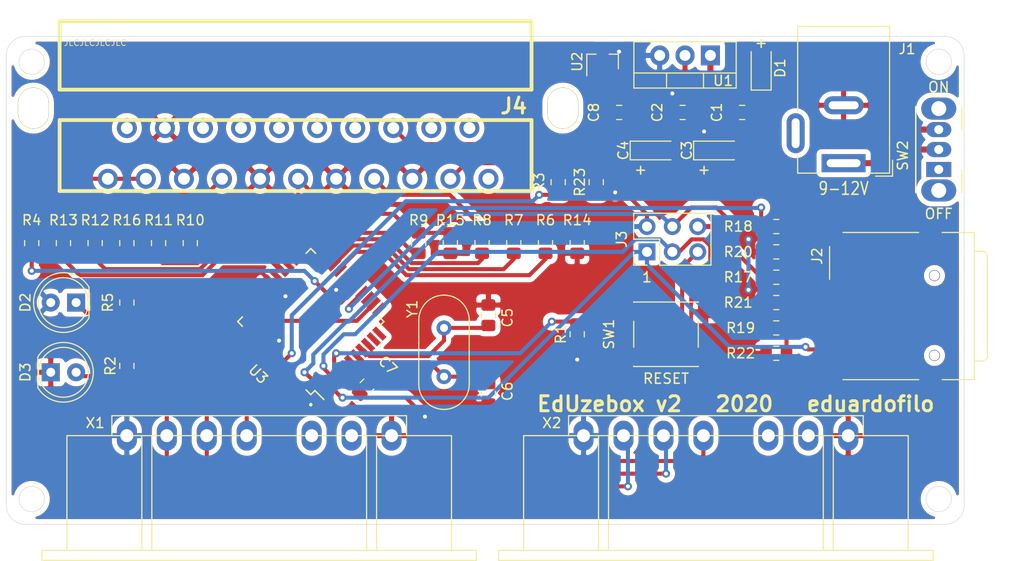
<source format=kicad_pcb>
(kicad_pcb (version 20171130) (host pcbnew 5.1.5-52549c5~84~ubuntu19.10.1)
  (layers (0 F.Cu signal) (31 B.Cu signal) (34 B.Paste user) (35 F.Paste user) (36 B.SilkS user) (37 F.SilkS user) (38 B.Mask user) (39 F.Mask user) (44 Edge.Cuts user))
  (net 0 "")
  (net 1 "Net-(C1-Pad1)")
  (net 2 +5V)
  (net 3 +3V3)
  (net 4 "Net-(C5-Pad1)")
  (net 5 "Net-(C6-Pad1)")
  (net 6 "Net-(D1-Pad2)")
  (net 7 "Net-(D2-Pad1)")
  (net 8 "Net-(D3-Pad2)")
  (net 9 "Net-(J2-Pad8)")
  (net 10 MISO)
  (net 11 "Net-(J2-Pad5)")
  (net 12 "Net-(J2-Pad3)")
  (net 13 "Net-(J2-Pad2)")
  (net 14 "Net-(J2-Pad1)")
  (net 15 SCK)
  (net 16 MOSI)
  (net 17 RESET)
  (net 18 "Net-(J4-Pad21)")
  (net 19 "Net-(J4-Pad20)")
  (net 20 HSYNC)
  (net 21 "Net-(J4-Pad18)")
  (net 22 "Net-(J4-Pad16)")
  (net 23 /VRED)
  (net 24 "Net-(J4-Pad14)")
  (net 25 "Net-(J4-Pad12)")
  (net 26 /VGRN)
  (net 27 "Net-(J4-Pad10)")
  (net 28 "Net-(J4-Pad8)")
  (net 29 /VBLU)
  (net 30 "Net-(J4-Pad6)")
  (net 31 /SND)
  (net 32 "Net-(J4-Pad2)")
  (net 33 "Net-(R2-Pad2)")
  (net 34 "Net-(R3-Pad2)")
  (net 35 "Net-(R6-Pad2)")
  (net 36 "Net-(R7-Pad2)")
  (net 37 "Net-(R8-Pad2)")
  (net 38 "Net-(R9-Pad2)")
  (net 39 "Net-(R10-Pad2)")
  (net 40 "Net-(R11-Pad2)")
  (net 41 "Net-(R12-Pad2)")
  (net 42 "Net-(R13-Pad2)")
  (net 43 CS)
  (net 44 "Net-(U3-Pad9)")
  (net 45 "Net-(U3-Pad10)")
  (net 46 "Net-(U3-Pad11)")
  (net 47 "Net-(U3-Pad12)")
  (net 48 "Net-(U3-Pad14)")
  (net 49 "Net-(U3-Pad30)")
  (net 50 "Net-(U3-Pad31)")
  (net 51 "Net-(U3-Pad32)")
  (net 52 "Net-(U3-Pad33)")
  (net 53 CLK)
  (net 54 LATCH)
  (net 55 DATA2)
  (net 56 DATA1)
  (net 57 "Net-(U3-Pad41)")
  (net 58 "Net-(U3-Pad42)")
  (net 59 "Net-(U3-Pad43)")
  (net 60 "Net-(U3-Pad44)")
  (net 61 "Net-(X1-Pad6)")
  (net 62 "Net-(X1-Pad5)")
  (net 63 "Net-(X2-Pad5)")
  (net 64 "Net-(X2-Pad6)")
  (net 65 "Net-(J1-Pad1)")
  (net 66 "Net-(R4-Pad2)")
  (net 67 "Net-(SW2-Pad1)")
  (net 68 GND)
  (net 69 "Net-(J2-Pad9)")
  (module eduardofilo_footprints:Micro_SD_Cd (layer F.Cu) (at 170.815 83.82 90)
    (fp_text reference J2 (at 2.75 -0.75 90) (layer F.SilkS))
    (fp_text value Micro_SD_Cd)
    (pad 10 smd rect (at 5.5 10.6 90) (size 1.2 2.2) (layers F.Cu F.Paste F.Mask) (net 68 GND))
    (pad 10 smd rect (at 4.6 1 90) (size 1.6 1.5) (layers F.Cu F.Paste F.Mask) (net 68 GND))
    (pad 10 smd rect (at -10 10.6 90) (size 1.2 2.2) (layers F.Cu F.Paste F.Mask) (net 68 GND))
    (pad 10 smd rect (at -10 1 90) (size 1.2 1.5) (layers F.Cu F.Paste F.Mask) (net 68 GND))
    (pad 11 thru_hole circle (at 0.8 11 90) (size 1.1 1.1) (drill 1) (layers *.Cu *.Mask))
    (pad 11 thru_hole circle (at -7.2 11 90) (size 1.1 1.1) (drill 1) (layers *.Cu *.Mask))
    (pad 9 smd rect (at -8.8 0 90) (size 0.7 1.6) (layers F.Cu F.Paste F.Mask) (net 69 "Net-(J2-Pad9)"))
    (pad 8 smd rect (at -7.7 0 90) (size 0.7 1.6) (layers F.Cu F.Paste F.Mask) (net 9 "Net-(J2-Pad8)"))
    (pad 7 smd rect (at -6.6 0 90) (size 0.7 1.6) (layers F.Cu F.Paste F.Mask) (net 10 MISO))
    (pad 6 smd rect (at -5.5 0 90) (size 0.7 1.6) (layers F.Cu F.Paste F.Mask) (net 68 GND))
    (pad 5 smd rect (at -4.4 0 90) (size 0.7 1.6) (layers F.Cu F.Paste F.Mask) (net 11 "Net-(J2-Pad5)"))
    (pad 4 smd rect (at -3.3 0 90) (size 0.7 1.6) (layers F.Cu F.Paste F.Mask) (net 3 +3V3))
    (pad 3 smd rect (at -2.2 0 90) (size 0.7 1.6) (layers F.Cu F.Paste F.Mask) (net 12 "Net-(J2-Pad3)"))
    (pad 2 smd rect (at -1.1 0 90) (size 0.7 1.6) (layers F.Cu F.Paste F.Mask) (net 13 "Net-(J2-Pad2)"))
    (pad 1 smd rect (at 0 0 90) (size 0.7 1.6) (layers F.Cu F.Paste F.Mask) (net 14 "Net-(J2-Pad1)"))
  )
  (module Capacitor_SMD:C_0805_2012Metric_Pad1.15x1.40mm_HandSolder (layer F.Cu) (at 137.16 86.995 90)
    (fp_text reference C5 (at -0.245 1.905 90) (layer F.SilkS))
    (fp_text value 22p hide)
    (pad 1 smd roundrect (at -1.025 0 90) (size 1.15 1.4) (layers F.Cu F.Paste F.Mask) (roundrect_rratio 0.217391) (net 4 "Net-(C5-Pad1)"))
    (pad 2 smd roundrect (at 1.025 0 90) (size 1.15 1.4) (layers F.Cu F.Paste F.Mask) (roundrect_rratio 0.217391) (net 68 GND))
  )
  (module LED_THT:LED_D5.0mm (layer F.Cu) (at 93.345 92.71)
    (fp_text reference D3 (at -2.54 0 90) (layer F.SilkS))
    (fp_text value "BLUE LED" hide)
    (pad 2 thru_hole circle (at 2.54 0) (size 1.8 1.8) (drill 0.9) (layers *.Cu *.Mask) (net 8 "Net-(D3-Pad2)"))
    (pad 1 thru_hole rect (at 0 0) (size 1.8 1.8) (drill 0.9) (layers *.Cu *.Mask) (net 68 GND))
  )
  (module eduzebox:SNES (layer F.Cu) (at 146.685 99.06)
    (fp_text reference X2 (at -3.175 -1.27) (layer F.SilkS))
    (fp_text value SNES_Connector hide)
    (pad 7 thru_hole oval (at 26.5 0) (size 2 3) (drill 1.3) (layers *.Cu *.Mask) (net 68 GND))
    (pad 6 thru_hole oval (at 22.5 0) (size 2 3) (drill 1.3) (layers *.Cu *.Mask) (net 64 "Net-(X2-Pad6)"))
    (pad 5 thru_hole oval (at 18.5 0) (size 2 3) (drill 1.3) (layers *.Cu *.Mask) (net 63 "Net-(X2-Pad5)"))
    (pad 4 thru_hole oval (at 12 0) (size 2 3) (drill 1.3) (layers *.Cu *.Mask) (net 55 DATA2))
    (pad 3 thru_hole oval (at 8 0) (size 2 3) (drill 1.3) (layers *.Cu *.Mask) (net 54 LATCH))
    (pad 2 thru_hole oval (at 4 0) (size 2 3) (drill 1.3) (layers *.Cu *.Mask) (net 53 CLK))
    (pad 1 thru_hole oval (at 0 0) (size 2 3) (drill 1.3) (layers *.Cu *.Mask) (net 2 +5V))
  )
  (module eduzebox:SNES (layer F.Cu) (at 100.965 99.06)
    (fp_text reference X1 (at -3.175 -1.27) (layer F.SilkS))
    (fp_text value SNES_Connector hide)
    (pad 7 thru_hole oval (at 26.5 0) (size 2 3) (drill 1.3) (layers *.Cu *.Mask) (net 68 GND))
    (pad 6 thru_hole oval (at 22.5 0) (size 2 3) (drill 1.3) (layers *.Cu *.Mask) (net 61 "Net-(X1-Pad6)"))
    (pad 5 thru_hole oval (at 18.5 0) (size 2 3) (drill 1.3) (layers *.Cu *.Mask) (net 62 "Net-(X1-Pad5)"))
    (pad 4 thru_hole oval (at 12 0) (size 2 3) (drill 1.3) (layers *.Cu *.Mask) (net 56 DATA1))
    (pad 3 thru_hole oval (at 8 0) (size 2 3) (drill 1.3) (layers *.Cu *.Mask) (net 54 LATCH))
    (pad 2 thru_hole oval (at 4 0) (size 2 3) (drill 1.3) (layers *.Cu *.Mask) (net 53 CLK))
    (pad 1 thru_hole oval (at 0 0) (size 2 3) (drill 1.3) (layers *.Cu *.Mask) (net 2 +5V))
  )
  (module Capacitor_Tantalum_SMD:CP_EIA-3216-18_Kemet-A_Pad1.58x1.35mm_HandSolder (layer F.Cu) (at 153.8375 70.485)
    (fp_text reference C4 (at -3.175 0 90) (layer F.SilkS))
    (fp_text value 1u hide)
    (pad 2 smd roundrect (at 1.4375 0) (size 1.575 1.35) (layers F.Cu F.Paste F.Mask) (roundrect_rratio 0.185185) (net 68 GND))
    (pad 1 smd roundrect (at -1.4375 0) (size 1.575 1.35) (layers F.Cu F.Paste F.Mask) (roundrect_rratio 0.185185) (net 3 +3V3))
  )
  (module Capacitor_Tantalum_SMD:CP_EIA-3216-18_Kemet-A_Pad1.58x1.35mm_HandSolder (layer F.Cu) (at 160.1875 70.485)
    (fp_text reference C3 (at -3.175 0 90) (layer F.SilkS))
    (fp_text value 10u hide)
    (pad 2 smd roundrect (at 1.4375 0) (size 1.575 1.35) (layers F.Cu F.Paste F.Mask) (roundrect_rratio 0.185185) (net 68 GND))
    (pad 1 smd roundrect (at -1.4375 0) (size 1.575 1.35) (layers F.Cu F.Paste F.Mask) (roundrect_rratio 0.185185) (net 2 +5V))
  )
  (module Capacitor_SMD:C_0805_2012Metric_Pad1.15x1.40mm_HandSolder (layer F.Cu) (at 150.25 66.675)
    (fp_text reference C8 (at -2.54 0 90) (layer F.SilkS))
    (fp_text value 100n hide)
    (pad 2 smd roundrect (at 1.025 0) (size 1.15 1.4) (layers F.Cu F.Paste F.Mask) (roundrect_rratio 0.217391) (net 68 GND))
    (pad 1 smd roundrect (at -1.025 0) (size 1.15 1.4) (layers F.Cu F.Paste F.Mask) (roundrect_rratio 0.217391) (net 3 +3V3))
  )
  (module Button_Switch_THT:SW_CuK_OS102011MA1QN1_SPDT_Angled (layer F.Cu) (at 182.245 72.39 90)
    (fp_text reference SW2 (at 1.4 -3.6 90) (layer F.SilkS))
    (fp_text value SK12D07VG4)
    (pad "" thru_hole oval (at 6.1 0 90) (size 2.2 3.5) (drill 1.5) (layers *.Cu *.Mask))
    (pad "" thru_hole oval (at -2.1 0 90) (size 2.2 3.5) (drill 1.5) (layers *.Cu *.Mask))
    (pad 3 thru_hole oval (at 4 0 90) (size 1.5 2.5) (drill 0.9) (layers *.Cu *.Mask) (net 6 "Net-(D1-Pad2)"))
    (pad 2 thru_hole oval (at 2 0 90) (size 1.5 2.5) (drill 0.9) (layers *.Cu *.Mask) (net 65 "Net-(J1-Pad1)"))
    (pad 1 thru_hole rect (at 0 0 90) (size 1.5 2.5) (drill 0.9) (layers *.Cu *.Mask) (net 67 "Net-(SW2-Pad1)"))
  )
  (module Capacitor_SMD:C_0805_2012Metric_Pad1.15x1.40mm_HandSolder (layer F.Cu) (at 162.56 66.675)
    (fp_text reference C1 (at -2.54 0 90) (layer F.SilkS))
    (fp_text value 330n hide)
    (pad 2 smd roundrect (at 1.025 0) (size 1.15 1.4) (layers F.Cu F.Paste F.Mask) (roundrect_rratio 0.217391) (net 68 GND))
    (pad 1 smd roundrect (at -1.025 0) (size 1.15 1.4) (layers F.Cu F.Paste F.Mask) (roundrect_rratio 0.217391) (net 1 "Net-(C1-Pad1)"))
  )
  (module Capacitor_SMD:C_0805_2012Metric_Pad1.15x1.40mm_HandSolder (layer F.Cu) (at 156.6 66.675)
    (fp_text reference C2 (at -2.54 0 90) (layer F.SilkS))
    (fp_text value 100n hide)
    (pad 1 smd roundrect (at -1.025 0) (size 1.15 1.4) (layers F.Cu F.Paste F.Mask) (roundrect_rratio 0.217391) (net 2 +5V))
    (pad 2 smd roundrect (at 1.025 0) (size 1.15 1.4) (layers F.Cu F.Paste F.Mask) (roundrect_rratio 0.217391) (net 68 GND))
  )
  (module Capacitor_SMD:C_0805_2012Metric_Pad1.15x1.40mm_HandSolder (layer F.Cu) (at 137.16 94.86 270)
    (fp_text reference C6 (at -0.245 -1.905 90) (layer F.SilkS))
    (fp_text value 22p hide)
    (pad 2 smd roundrect (at 1.025 0 270) (size 1.15 1.4) (layers F.Cu F.Paste F.Mask) (roundrect_rratio 0.217391) (net 68 GND))
    (pad 1 smd roundrect (at -1.025 0 270) (size 1.15 1.4) (layers F.Cu F.Paste F.Mask) (roundrect_rratio 0.217391) (net 5 "Net-(C6-Pad1)"))
  )
  (module Capacitor_SMD:C_0805_2012Metric_Pad1.15x1.40mm_HandSolder (layer F.Cu) (at 125.005216 94.069784 225)
    (fp_text reference C7 (at -2.93 0 315) (layer F.SilkS))
    (fp_text value 100n hide)
    (pad 1 smd roundrect (at -1.025 0 225) (size 1.15 1.4) (layers F.Cu F.Paste F.Mask) (roundrect_rratio 0.217391) (net 68 GND))
    (pad 2 smd roundrect (at 1.025 0 225) (size 1.15 1.4) (layers F.Cu F.Paste F.Mask) (roundrect_rratio 0.217391) (net 2 +5V))
  )
  (module Diode_SMD:D_SOD-123F (layer F.Cu) (at 164.465 62.23 90)
    (fp_text reference D1 (at 0 1.905 90) (layer F.SilkS))
    (fp_text value 1N4001 hide)
    (pad 1 smd rect (at -1.4 0 90) (size 1.1 1.1) (layers F.Cu F.Paste F.Mask) (net 1 "Net-(C1-Pad1)"))
    (pad 2 smd rect (at 1.4 0 90) (size 1.1 1.1) (layers F.Cu F.Paste F.Mask) (net 6 "Net-(D1-Pad2)"))
  )
  (module LED_THT:LED_D5.0mm (layer F.Cu) (at 95.885 85.725 180)
    (fp_text reference D2 (at 5.08 0 90) (layer F.SilkS))
    (fp_text value "RED LED" hide)
    (pad 1 thru_hole rect (at 0 0 180) (size 1.8 1.8) (drill 0.9) (layers *.Cu *.Mask) (net 7 "Net-(D2-Pad1)"))
    (pad 2 thru_hole circle (at 2.54 0 180) (size 1.8 1.8) (drill 0.9) (layers *.Cu *.Mask) (net 2 +5V))
  )
  (module Connector_BarrelJack:BarrelJack_Wuerth_6941xx301002 (layer F.Cu) (at 172.72 71.755 180)
    (fp_text reference J1 (at -6.35 11.43) (layer F.SilkS))
    (fp_text value Barrel_Jack)
    (pad 3 thru_hole oval (at 4.8 3 270) (size 4 1.8) (drill oval 3 0.8) (layers *.Cu *.Mask))
    (pad 2 thru_hole oval (at 0 5.8 180) (size 4 1.8) (drill oval 3 0.8) (layers *.Cu *.Mask) (net 68 GND))
    (pad 1 thru_hole rect (at 0 0 180) (size 4.4 1.8) (drill oval 3.4 0.8) (layers *.Cu *.Mask) (net 65 "Net-(J1-Pad1)"))
  )
  (module Connector_PinHeader_2.54mm:PinHeader_2x03_P2.54mm_Vertical (layer F.Cu) (at 153.035 80.645 90)
    (fp_text reference J3 (at 1.27 -2.54 90) (layer F.SilkS))
    (fp_text value AVR-ISP-6 hide)
    (pad 6 thru_hole oval (at 2.54 5.08 90) (size 1.7 1.7) (drill 1) (layers *.Cu *.Mask) (net 68 GND))
    (pad 5 thru_hole oval (at 0 5.08 90) (size 1.7 1.7) (drill 1) (layers *.Cu *.Mask) (net 17 RESET))
    (pad 4 thru_hole oval (at 2.54 2.54 90) (size 1.7 1.7) (drill 1) (layers *.Cu *.Mask) (net 16 MOSI))
    (pad 3 thru_hole oval (at 0 2.54 90) (size 1.7 1.7) (drill 1) (layers *.Cu *.Mask) (net 15 SCK))
    (pad 2 thru_hole oval (at 2.54 0 90) (size 1.7 1.7) (drill 1) (layers *.Cu *.Mask) (net 2 +5V))
    (pad 1 thru_hole rect (at 0 0 90) (size 1.7 1.7) (drill 1) (layers *.Cu *.Mask) (net 10 MISO))
  )
  (module eduzebox:SCART (layer F.Cu) (at 118.11 66.04 180)
    (fp_text reference J4 (at -21.59 0) (layer F.SilkS) (effects (font (size 1.524 1.524) (thickness 0.3048))))
    (fp_text value SCART-F hide)
    (pad "" np_thru_hole oval (at -26.49982 -0.20066 180) (size 3.1 4.1) (drill oval 3 4) (layers *.Cu *.Mask F.SilkS))
    (pad "" np_thru_hole oval (at 26.49982 -0.20066 180) (size 3.1 4.1) (drill oval 3 4) (layers *.Cu *.Mask F.SilkS))
    (pad 21 thru_hole circle (at -19.05 -7.27964 180) (size 1.99898 1.99898) (drill 1.19888) (layers *.Cu *.Mask) (net 18 "Net-(J4-Pad21)"))
    (pad 20 thru_hole circle (at -17.145 -2.19964 180) (size 1.99898 1.99898) (drill 1.19888) (layers *.Cu *.Mask) (net 19 "Net-(J4-Pad20)"))
    (pad 19 thru_hole circle (at -15.24 -7.27964 180) (size 1.99898 1.99898) (drill 1.19888) (layers *.Cu *.Mask) (net 20 HSYNC))
    (pad 18 thru_hole circle (at -13.335 -2.19964 180) (size 1.99898 1.99898) (drill 1.19888) (layers *.Cu *.Mask) (net 21 "Net-(J4-Pad18)"))
    (pad 17 thru_hole circle (at -11.43 -7.27964 180) (size 1.99898 1.99898) (drill 1.19888) (layers *.Cu *.Mask) (net 68 GND))
    (pad 16 thru_hole circle (at -9.525 -2.19964 180) (size 1.99898 1.99898) (drill 1.19888) (layers *.Cu *.Mask) (net 22 "Net-(J4-Pad16)"))
    (pad 15 thru_hole circle (at -7.62 -7.27964 180) (size 1.99898 1.99898) (drill 1.19888) (layers *.Cu *.Mask) (net 23 /VRED))
    (pad 14 thru_hole circle (at -5.715 -2.19964 180) (size 1.99898 1.99898) (drill 1.19888) (layers *.Cu *.Mask) (net 24 "Net-(J4-Pad14)"))
    (pad 13 thru_hole circle (at -3.81 -7.27964 180) (size 1.99898 1.99898) (drill 1.19888) (layers *.Cu *.Mask) (net 68 GND))
    (pad 12 thru_hole circle (at -1.905 -2.19964 180) (size 1.99898 1.99898) (drill 1.19888) (layers *.Cu *.Mask) (net 25 "Net-(J4-Pad12)"))
    (pad 11 thru_hole circle (at 0 -7.27964 180) (size 1.99898 1.99898) (drill 1.19888) (layers *.Cu *.Mask) (net 26 /VGRN))
    (pad 10 thru_hole circle (at 1.905 -2.19964 180) (size 1.99898 1.99898) (drill 1.19888) (layers *.Cu *.Mask) (net 27 "Net-(J4-Pad10)"))
    (pad 9 thru_hole circle (at 3.81 -7.27964 180) (size 1.99898 1.99898) (drill 1.19888) (layers *.Cu *.Mask) (net 68 GND))
    (pad 8 thru_hole circle (at 5.715 -2.19964 180) (size 1.99898 1.99898) (drill 1.19888) (layers *.Cu *.Mask) (net 28 "Net-(J4-Pad8)"))
    (pad 7 thru_hole circle (at 7.62 -7.27964 180) (size 1.99898 1.99898) (drill 1.19888) (layers *.Cu *.Mask) (net 29 /VBLU))
    (pad 6 thru_hole circle (at 9.525 -2.19964 180) (size 1.99898 1.99898) (drill 1.19888) (layers *.Cu *.Mask) (net 30 "Net-(J4-Pad6)"))
    (pad 5 thru_hole circle (at 11.43 -7.27964 180) (size 1.99898 1.99898) (drill 1.19888) (layers *.Cu *.Mask) (net 68 GND))
    (pad 4 thru_hole circle (at 13.335 -2.19964 180) (size 1.99898 1.99898) (drill 1.19888) (layers *.Cu *.Mask) (net 68 GND))
    (pad 3 thru_hole circle (at 15.24 -7.27964 180) (size 1.99898 1.99898) (drill 1.19888) (layers *.Cu *.Mask) (net 31 /SND))
    (pad 2 thru_hole circle (at 17.145 -2.19964 180) (size 1.99898 1.99898) (drill 1.19888) (layers *.Cu *.Mask) (net 32 "Net-(J4-Pad2)"))
    (pad 1 thru_hole circle (at 19.05 -7.27964 180) (size 1.99898 1.99898) (drill 1.19888) (layers *.Cu *.Mask) (net 31 /SND))
  )
  (module Resistor_SMD:R_0805_2012Metric_Pad1.15x1.40mm_HandSolder (layer F.Cu) (at 146.05 88.9 90)
    (fp_text reference R1 (at 0 -1.65 90) (layer F.SilkS))
    (fp_text value 10K hide)
    (pad 2 smd roundrect (at 1.025 0 90) (size 1.15 1.4) (layers F.Cu F.Paste F.Mask) (roundrect_rratio 0.217391) (net 17 RESET))
    (pad 1 smd roundrect (at -1.025 0 90) (size 1.15 1.4) (layers F.Cu F.Paste F.Mask) (roundrect_rratio 0.217391) (net 2 +5V))
  )
  (module Resistor_SMD:R_0805_2012Metric_Pad1.15x1.40mm_HandSolder (layer F.Cu) (at 100.965 92.075 90)
    (fp_text reference R2 (at 0 -1.65 90) (layer F.SilkS))
    (fp_text value 470 hide)
    (pad 1 smd roundrect (at -1.025 0 90) (size 1.15 1.4) (layers F.Cu F.Paste F.Mask) (roundrect_rratio 0.217391) (net 8 "Net-(D3-Pad2)"))
    (pad 2 smd roundrect (at 1.025 0 90) (size 1.15 1.4) (layers F.Cu F.Paste F.Mask) (roundrect_rratio 0.217391) (net 33 "Net-(R2-Pad2)"))
  )
  (module Resistor_SMD:R_0805_2012Metric_Pad1.15x1.40mm_HandSolder (layer F.Cu) (at 144.145 73.66 270)
    (fp_text reference R3 (at 0 1.905 90) (layer F.SilkS))
    (fp_text value 220 hide)
    (pad 2 smd roundrect (at 1.025 0 270) (size 1.15 1.4) (layers F.Cu F.Paste F.Mask) (roundrect_rratio 0.217391) (net 34 "Net-(R3-Pad2)"))
    (pad 1 smd roundrect (at -1.025 0 270) (size 1.15 1.4) (layers F.Cu F.Paste F.Mask) (roundrect_rratio 0.217391) (net 20 HSYNC))
  )
  (module Resistor_SMD:R_0805_2012Metric_Pad1.15x1.40mm_HandSolder (layer F.Cu) (at 91.44 79.765 270)
    (fp_text reference R4 (at -2.295 0 180) (layer F.SilkS))
    (fp_text value 470 hide)
    (pad 2 smd roundrect (at 1.025 0 270) (size 1.15 1.4) (layers F.Cu F.Paste F.Mask) (roundrect_rratio 0.217391) (net 66 "Net-(R4-Pad2)"))
    (pad 1 smd roundrect (at -1.025 0 270) (size 1.15 1.4) (layers F.Cu F.Paste F.Mask) (roundrect_rratio 0.217391) (net 31 /SND))
  )
  (module Resistor_SMD:R_0805_2012Metric_Pad1.15x1.40mm_HandSolder (layer F.Cu) (at 100.965 85.725 270)
    (fp_text reference R5 (at 0 1.905 90) (layer F.SilkS))
    (fp_text value 1K hide)
    (pad 2 smd roundrect (at 1.025 0 270) (size 1.15 1.4) (layers F.Cu F.Paste F.Mask) (roundrect_rratio 0.217391) (net 7 "Net-(D2-Pad1)"))
    (pad 1 smd roundrect (at -1.025 0 270) (size 1.15 1.4) (layers F.Cu F.Paste F.Mask) (roundrect_rratio 0.217391) (net 68 GND))
  )
  (module Resistor_SMD:R_0805_2012Metric_Pad1.15x1.40mm_HandSolder (layer F.Cu) (at 142.875 79.765 270)
    (fp_text reference R6 (at -2.295 0 180) (layer F.SilkS))
    (fp_text value 3K hide)
    (pad 1 smd roundrect (at -1.025 0 270) (size 1.15 1.4) (layers F.Cu F.Paste F.Mask) (roundrect_rratio 0.217391) (net 23 /VRED))
    (pad 2 smd roundrect (at 1.025 0 270) (size 1.15 1.4) (layers F.Cu F.Paste F.Mask) (roundrect_rratio 0.217391) (net 35 "Net-(R6-Pad2)"))
  )
  (module Resistor_SMD:R_0805_2012Metric_Pad1.15x1.40mm_HandSolder (layer F.Cu) (at 139.7 79.765 270)
    (fp_text reference R7 (at -2.295 0 180) (layer F.SilkS))
    (fp_text value 1K5 hide)
    (pad 2 smd roundrect (at 1.025 0 270) (size 1.15 1.4) (layers F.Cu F.Paste F.Mask) (roundrect_rratio 0.217391) (net 36 "Net-(R7-Pad2)"))
    (pad 1 smd roundrect (at -1.025 0 270) (size 1.15 1.4) (layers F.Cu F.Paste F.Mask) (roundrect_rratio 0.217391) (net 23 /VRED))
  )
  (module Resistor_SMD:R_0805_2012Metric_Pad1.15x1.40mm_HandSolder (layer F.Cu) (at 136.525 79.765 270)
    (fp_text reference R8 (at -2.295 0 180) (layer F.SilkS))
    (fp_text value 750 hide)
    (pad 1 smd roundrect (at -1.025 0 270) (size 1.15 1.4) (layers F.Cu F.Paste F.Mask) (roundrect_rratio 0.217391) (net 23 /VRED))
    (pad 2 smd roundrect (at 1.025 0 270) (size 1.15 1.4) (layers F.Cu F.Paste F.Mask) (roundrect_rratio 0.217391) (net 37 "Net-(R8-Pad2)"))
  )
  (module Resistor_SMD:R_0805_2012Metric_Pad1.15x1.40mm_HandSolder (layer F.Cu) (at 130.175 79.765 270)
    (fp_text reference R9 (at -2.295 0 180) (layer F.SilkS))
    (fp_text value 3K hide)
    (pad 1 smd roundrect (at -1.025 0 270) (size 1.15 1.4) (layers F.Cu F.Paste F.Mask) (roundrect_rratio 0.217391) (net 26 /VGRN))
    (pad 2 smd roundrect (at 1.025 0 270) (size 1.15 1.4) (layers F.Cu F.Paste F.Mask) (roundrect_rratio 0.217391) (net 38 "Net-(R9-Pad2)"))
  )
  (module Resistor_SMD:R_0805_2012Metric_Pad1.15x1.40mm_HandSolder (layer F.Cu) (at 107.315 79.765 270)
    (fp_text reference R10 (at -2.295 0 180) (layer F.SilkS))
    (fp_text value 1K5 hide)
    (pad 2 smd roundrect (at 1.025 0 270) (size 1.15 1.4) (layers F.Cu F.Paste F.Mask) (roundrect_rratio 0.217391) (net 39 "Net-(R10-Pad2)"))
    (pad 1 smd roundrect (at -1.025 0 270) (size 1.15 1.4) (layers F.Cu F.Paste F.Mask) (roundrect_rratio 0.217391) (net 26 /VGRN))
  )
  (module Resistor_SMD:R_0805_2012Metric_Pad1.15x1.40mm_HandSolder (layer F.Cu) (at 104.14 79.765 270)
    (fp_text reference R11 (at -2.295 0 180) (layer F.SilkS))
    (fp_text value 750 hide)
    (pad 1 smd roundrect (at -1.025 0 270) (size 1.15 1.4) (layers F.Cu F.Paste F.Mask) (roundrect_rratio 0.217391) (net 26 /VGRN))
    (pad 2 smd roundrect (at 1.025 0 270) (size 1.15 1.4) (layers F.Cu F.Paste F.Mask) (roundrect_rratio 0.217391) (net 40 "Net-(R11-Pad2)"))
  )
  (module Resistor_SMD:R_0805_2012Metric_Pad1.15x1.40mm_HandSolder (layer F.Cu) (at 97.79 79.765 270)
    (fp_text reference R12 (at -2.295 0 180) (layer F.SilkS))
    (fp_text value 1K5 hide)
    (pad 1 smd roundrect (at -1.025 0 270) (size 1.15 1.4) (layers F.Cu F.Paste F.Mask) (roundrect_rratio 0.217391) (net 29 /VBLU))
    (pad 2 smd roundrect (at 1.025 0 270) (size 1.15 1.4) (layers F.Cu F.Paste F.Mask) (roundrect_rratio 0.217391) (net 41 "Net-(R12-Pad2)"))
  )
  (module Resistor_SMD:R_0805_2012Metric_Pad1.15x1.40mm_HandSolder (layer F.Cu) (at 94.615 79.765 270)
    (fp_text reference R13 (at -2.295 0 180) (layer F.SilkS))
    (fp_text value 750 hide)
    (pad 2 smd roundrect (at 1.025 0 270) (size 1.15 1.4) (layers F.Cu F.Paste F.Mask) (roundrect_rratio 0.217391) (net 42 "Net-(R13-Pad2)"))
    (pad 1 smd roundrect (at -1.025 0 270) (size 1.15 1.4) (layers F.Cu F.Paste F.Mask) (roundrect_rratio 0.217391) (net 29 /VBLU))
  )
  (module Resistor_SMD:R_0805_2012Metric_Pad1.15x1.40mm_HandSolder (layer F.Cu) (at 146.05 79.765 90)
    (fp_text reference R14 (at 2.295 0 180) (layer F.SilkS))
    (fp_text value 75 hide)
    (pad 1 smd roundrect (at -1.025 0 90) (size 1.15 1.4) (layers F.Cu F.Paste F.Mask) (roundrect_rratio 0.217391) (net 68 GND))
    (pad 2 smd roundrect (at 1.025 0 90) (size 1.15 1.4) (layers F.Cu F.Paste F.Mask) (roundrect_rratio 0.217391) (net 23 /VRED))
  )
  (module Resistor_SMD:R_0805_2012Metric_Pad1.15x1.40mm_HandSolder (layer F.Cu) (at 133.35 79.765 90)
    (fp_text reference R15 (at 2.295 0 180) (layer F.SilkS))
    (fp_text value 75 hide)
    (pad 2 smd roundrect (at 1.025 0 90) (size 1.15 1.4) (layers F.Cu F.Paste F.Mask) (roundrect_rratio 0.217391) (net 26 /VGRN))
    (pad 1 smd roundrect (at -1.025 0 90) (size 1.15 1.4) (layers F.Cu F.Paste F.Mask) (roundrect_rratio 0.217391) (net 68 GND))
  )
  (module Resistor_SMD:R_0805_2012Metric_Pad1.15x1.40mm_HandSolder (layer F.Cu) (at 100.965 79.765 90)
    (fp_text reference R16 (at 2.295 0 180) (layer F.SilkS))
    (fp_text value 75 hide)
    (pad 1 smd roundrect (at -1.025 0 90) (size 1.15 1.4) (layers F.Cu F.Paste F.Mask) (roundrect_rratio 0.217391) (net 68 GND))
    (pad 2 smd roundrect (at 1.025 0 90) (size 1.15 1.4) (layers F.Cu F.Paste F.Mask) (roundrect_rratio 0.217391) (net 29 /VBLU))
  )
  (module Resistor_SMD:R_0805_2012Metric_Pad1.15x1.40mm_HandSolder (layer F.Cu) (at 165.98 83.185 180)
    (fp_text reference R17 (at 3.81 0) (layer F.SilkS))
    (fp_text value 1K8 hide)
    (pad 2 smd roundrect (at 1.025 0 180) (size 1.15 1.4) (layers F.Cu F.Paste F.Mask) (roundrect_rratio 0.217391) (net 16 MOSI))
    (pad 1 smd roundrect (at -1.025 0 180) (size 1.15 1.4) (layers F.Cu F.Paste F.Mask) (roundrect_rratio 0.217391) (net 12 "Net-(J2-Pad3)"))
  )
  (module Resistor_SMD:R_0805_2012Metric_Pad1.15x1.40mm_HandSolder (layer F.Cu) (at 165.98 78.105 180)
    (fp_text reference R18 (at 3.81 0) (layer F.SilkS))
    (fp_text value 1K8 hide)
    (pad 1 smd roundrect (at -1.025 0 180) (size 1.15 1.4) (layers F.Cu F.Paste F.Mask) (roundrect_rratio 0.217391) (net 13 "Net-(J2-Pad2)"))
    (pad 2 smd roundrect (at 1.025 0 180) (size 1.15 1.4) (layers F.Cu F.Paste F.Mask) (roundrect_rratio 0.217391) (net 43 CS))
  )
  (module Resistor_SMD:R_0805_2012Metric_Pad1.15x1.40mm_HandSolder (layer F.Cu) (at 165.98 88.265 180)
    (fp_text reference R19 (at 3.565 0) (layer F.SilkS))
    (fp_text value 1K8 hide)
    (pad 1 smd roundrect (at -1.025 0 180) (size 1.15 1.4) (layers F.Cu F.Paste F.Mask) (roundrect_rratio 0.217391) (net 11 "Net-(J2-Pad5)"))
    (pad 2 smd roundrect (at 1.025 0 180) (size 1.15 1.4) (layers F.Cu F.Paste F.Mask) (roundrect_rratio 0.217391) (net 15 SCK))
  )
  (module Resistor_SMD:R_0805_2012Metric_Pad1.15x1.40mm_HandSolder (layer F.Cu) (at 165.98 80.645 180)
    (fp_text reference R20 (at 3.81 0) (layer F.SilkS))
    (fp_text value 3K3 hide)
    (pad 2 smd roundrect (at 1.025 0 180) (size 1.15 1.4) (layers F.Cu F.Paste F.Mask) (roundrect_rratio 0.217391) (net 68 GND))
    (pad 1 smd roundrect (at -1.025 0 180) (size 1.15 1.4) (layers F.Cu F.Paste F.Mask) (roundrect_rratio 0.217391) (net 13 "Net-(J2-Pad2)"))
  )
  (module Resistor_SMD:R_0805_2012Metric_Pad1.15x1.40mm_HandSolder (layer F.Cu) (at 165.98 85.725 180)
    (fp_text reference R21 (at 3.81 0) (layer F.SilkS))
    (fp_text value 3K3 hide)
    (pad 1 smd roundrect (at -1.025 0 180) (size 1.15 1.4) (layers F.Cu F.Paste F.Mask) (roundrect_rratio 0.217391) (net 12 "Net-(J2-Pad3)"))
    (pad 2 smd roundrect (at 1.025 0 180) (size 1.15 1.4) (layers F.Cu F.Paste F.Mask) (roundrect_rratio 0.217391) (net 68 GND))
  )
  (module Resistor_SMD:R_0805_2012Metric_Pad1.15x1.40mm_HandSolder (layer F.Cu) (at 165.98 90.805 180)
    (fp_text reference R22 (at 3.565 0) (layer F.SilkS))
    (fp_text value 3K3 hide)
    (pad 2 smd roundrect (at 1.025 0 180) (size 1.15 1.4) (layers F.Cu F.Paste F.Mask) (roundrect_rratio 0.217391) (net 68 GND))
    (pad 1 smd roundrect (at -1.025 0 180) (size 1.15 1.4) (layers F.Cu F.Paste F.Mask) (roundrect_rratio 0.217391) (net 11 "Net-(J2-Pad5)"))
  )
  (module Resistor_SMD:R_0805_2012Metric_Pad1.15x1.40mm_HandSolder (layer F.Cu) (at 147.955 73.66 90)
    (fp_text reference R23 (at 0 -1.65 90) (layer F.SilkS))
    (fp_text value 160 hide)
    (pad 2 smd roundrect (at 1.025 0 90) (size 1.15 1.4) (layers F.Cu F.Paste F.Mask) (roundrect_rratio 0.217391) (net 22 "Net-(J4-Pad16)"))
    (pad 1 smd roundrect (at -1.025 0 90) (size 1.15 1.4) (layers F.Cu F.Paste F.Mask) (roundrect_rratio 0.217391) (net 2 +5V))
  )
  (module Button_Switch_SMD:SW_Push_1P1T_NO_6x6mm_H9.5mm (layer F.Cu) (at 154.94 88.9)
    (fp_text reference SW1 (at -5.715 0 90) (layer F.SilkS))
    (fp_text value Reset hide)
    (pad 2 smd rect (at 3.975 2.25) (size 1.55 1.3) (layers F.Cu F.Paste F.Mask) (net 17 RESET))
    (pad 1 smd rect (at 3.975 -2.25) (size 1.55 1.3) (layers F.Cu F.Paste F.Mask) (net 68 GND))
    (pad 1 smd rect (at -3.975 -2.25) (size 1.55 1.3) (layers F.Cu F.Paste F.Mask) (net 68 GND))
    (pad 2 smd rect (at -3.975 2.25) (size 1.55 1.3) (layers F.Cu F.Paste F.Mask) (net 17 RESET))
  )
  (module Package_TO_SOT_THT:TO-220-3_Vertical (layer F.Cu) (at 159.385 60.96 180)
    (fp_text reference U1 (at -1.27 -2.54) (layer F.SilkS))
    (fp_text value L7805T hide)
    (pad 1 thru_hole rect (at 0 0 180) (size 1.905 2) (drill 1.1) (layers *.Cu *.Mask) (net 1 "Net-(C1-Pad1)"))
    (pad 2 thru_hole oval (at 2.54 0 180) (size 1.905 2) (drill 1.1) (layers *.Cu *.Mask) (net 68 GND))
    (pad 3 thru_hole oval (at 5.08 0 180) (size 1.905 2) (drill 1.1) (layers *.Cu *.Mask) (net 2 +5V))
  )
  (module Package_TO_SOT_SMD:SOT-23 (layer F.Cu) (at 148.59 61.595 90)
    (fp_text reference U2 (at 0 -2.54 90) (layer F.SilkS))
    (fp_text value MCP1700-3302E_SOT23 hide)
    (pad 1 smd rect (at -1 -0.95 90) (size 0.9 0.8) (layers F.Cu F.Paste F.Mask) (net 68 GND))
    (pad 2 smd rect (at -1 0.95 90) (size 0.9 0.8) (layers F.Cu F.Paste F.Mask) (net 3 +3V3))
    (pad 3 smd rect (at 1 0 90) (size 0.9 0.8) (layers F.Cu F.Paste F.Mask) (net 2 +5V))
  )
  (module Package_QFP:TQFP-44_10x10mm_P0.8mm (layer F.Cu) (at 119.38 87.63 135)
    (fp_text reference U3 (at 0 -7.45 135) (layer F.SilkS))
    (fp_text value ATmega644P-20AU hide)
    (pad 1 smd rect (at -5.7 -4 135) (size 1.5 0.55) (layers F.Cu F.Paste F.Mask) (net 16 MOSI))
    (pad 2 smd rect (at -5.7 -3.2 135) (size 1.5 0.55) (layers F.Cu F.Paste F.Mask) (net 10 MISO))
    (pad 3 smd rect (at -5.7 -2.4 135) (size 1.5 0.55) (layers F.Cu F.Paste F.Mask) (net 15 SCK))
    (pad 4 smd rect (at -5.7 -1.6 135) (size 1.5 0.55) (layers F.Cu F.Paste F.Mask) (net 17 RESET))
    (pad 5 smd rect (at -5.7 -0.8 135) (size 1.5 0.55) (layers F.Cu F.Paste F.Mask) (net 2 +5V))
    (pad 6 smd rect (at -5.7 0 135) (size 1.5 0.55) (layers F.Cu F.Paste F.Mask) (net 68 GND))
    (pad 7 smd rect (at -5.7 0.8 135) (size 1.5 0.55) (layers F.Cu F.Paste F.Mask) (net 5 "Net-(C6-Pad1)"))
    (pad 8 smd rect (at -5.7 1.6 135) (size 1.5 0.55) (layers F.Cu F.Paste F.Mask) (net 4 "Net-(C5-Pad1)"))
    (pad 9 smd rect (at -5.7 2.4 135) (size 1.5 0.55) (layers F.Cu F.Paste F.Mask) (net 44 "Net-(U3-Pad9)"))
    (pad 10 smd rect (at -5.7 3.2 135) (size 1.5 0.55) (layers F.Cu F.Paste F.Mask) (net 45 "Net-(U3-Pad10)"))
    (pad 11 smd rect (at -5.7 4 135) (size 1.5 0.55) (layers F.Cu F.Paste F.Mask) (net 46 "Net-(U3-Pad11)"))
    (pad 12 smd rect (at -4 5.7 225) (size 1.5 0.55) (layers F.Cu F.Paste F.Mask) (net 47 "Net-(U3-Pad12)"))
    (pad 13 smd rect (at -3.2 5.7 225) (size 1.5 0.55) (layers F.Cu F.Paste F.Mask) (net 33 "Net-(R2-Pad2)"))
    (pad 14 smd rect (at -2.4 5.7 225) (size 1.5 0.55) (layers F.Cu F.Paste F.Mask) (net 48 "Net-(U3-Pad14)"))
    (pad 15 smd rect (at -1.6 5.7 225) (size 1.5 0.55) (layers F.Cu F.Paste F.Mask) (net 43 CS))
    (pad 16 smd rect (at -0.8 5.7 225) (size 1.5 0.55) (layers F.Cu F.Paste F.Mask) (net 66 "Net-(R4-Pad2)"))
    (pad 17 smd rect (at 0 5.7 225) (size 1.5 0.55) (layers F.Cu F.Paste F.Mask) (net 2 +5V))
    (pad 18 smd rect (at 0.8 5.7 225) (size 1.5 0.55) (layers F.Cu F.Paste F.Mask) (net 68 GND))
    (pad 19 smd rect (at 1.6 5.7 225) (size 1.5 0.55) (layers F.Cu F.Paste F.Mask) (net 35 "Net-(R6-Pad2)"))
    (pad 20 smd rect (at 2.4 5.7 225) (size 1.5 0.55) (layers F.Cu F.Paste F.Mask) (net 36 "Net-(R7-Pad2)"))
    (pad 21 smd rect (at 3.2 5.7 225) (size 1.5 0.55) (layers F.Cu F.Paste F.Mask) (net 37 "Net-(R8-Pad2)"))
    (pad 22 smd rect (at 4 5.7 225) (size 1.5 0.55) (layers F.Cu F.Paste F.Mask) (net 38 "Net-(R9-Pad2)"))
    (pad 23 smd rect (at 5.7 4 135) (size 1.5 0.55) (layers F.Cu F.Paste F.Mask) (net 39 "Net-(R10-Pad2)"))
    (pad 24 smd rect (at 5.7 3.2 135) (size 1.5 0.55) (layers F.Cu F.Paste F.Mask) (net 40 "Net-(R11-Pad2)"))
    (pad 25 smd rect (at 5.7 2.4 135) (size 1.5 0.55) (layers F.Cu F.Paste F.Mask) (net 41 "Net-(R12-Pad2)"))
    (pad 26 smd rect (at 5.7 1.6 135) (size 1.5 0.55) (layers F.Cu F.Paste F.Mask) (net 42 "Net-(R13-Pad2)"))
    (pad 27 smd rect (at 5.7 0.8 135) (size 1.5 0.55) (layers F.Cu F.Paste F.Mask) (net 2 +5V))
    (pad 28 smd rect (at 5.7 0 135) (size 1.5 0.55) (layers F.Cu F.Paste F.Mask) (net 68 GND))
    (pad 29 smd rect (at 5.7 -0.8 135) (size 1.5 0.55) (layers F.Cu F.Paste F.Mask) (net 2 +5V))
    (pad 30 smd rect (at 5.7 -1.6 135) (size 1.5 0.55) (layers F.Cu F.Paste F.Mask) (net 49 "Net-(U3-Pad30)"))
    (pad 31 smd rect (at 5.7 -2.4 135) (size 1.5 0.55) (layers F.Cu F.Paste F.Mask) (net 50 "Net-(U3-Pad31)"))
    (pad 32 smd rect (at 5.7 -3.2 135) (size 1.5 0.55) (layers F.Cu F.Paste F.Mask) (net 51 "Net-(U3-Pad32)"))
    (pad 33 smd rect (at 5.7 -4 135) (size 1.5 0.55) (layers F.Cu F.Paste F.Mask) (net 52 "Net-(U3-Pad33)"))
    (pad 34 smd rect (at 4 -5.7 225) (size 1.5 0.55) (layers F.Cu F.Paste F.Mask) (net 53 CLK))
    (pad 35 smd rect (at 3.2 -5.7 225) (size 1.5 0.55) (layers F.Cu F.Paste F.Mask) (net 54 LATCH))
    (pad 36 smd rect (at 2.4 -5.7 225) (size 1.5 0.55) (layers F.Cu F.Paste F.Mask) (net 55 DATA2))
    (pad 37 smd rect (at 1.6 -5.7 225) (size 1.5 0.55) (layers F.Cu F.Paste F.Mask) (net 56 DATA1))
    (pad 38 smd rect (at 0.8 -5.7 225) (size 1.5 0.55) (layers F.Cu F.Paste F.Mask) (net 2 +5V))
    (pad 39 smd rect (at 0 -5.7 225) (size 1.5 0.55) (layers F.Cu F.Paste F.Mask) (net 68 GND))
    (pad 40 smd rect (at -0.8 -5.7 225) (size 1.5 0.55) (layers F.Cu F.Paste F.Mask) (net 34 "Net-(R3-Pad2)"))
    (pad 41 smd rect (at -1.6 -5.7 225) (size 1.5 0.55) (layers F.Cu F.Paste F.Mask) (net 57 "Net-(U3-Pad41)"))
    (pad 42 smd rect (at -2.4 -5.7 225) (size 1.5 0.55) (layers F.Cu F.Paste F.Mask) (net 58 "Net-(U3-Pad42)"))
    (pad 43 smd rect (at -3.2 -5.7 225) (size 1.5 0.55) (layers F.Cu F.Paste F.Mask) (net 59 "Net-(U3-Pad43)"))
    (pad 44 smd rect (at -4 -5.7 225) (size 1.5 0.55) (layers F.Cu F.Paste F.Mask) (net 60 "Net-(U3-Pad44)"))
  )
  (module Crystal:Crystal_HC49-4H_Vertical (layer F.Cu) (at 132.715 88.265 270)
    (fp_text reference Y1 (at -1.905 3.175 90) (layer F.SilkS))
    (fp_text value 28.6363 hide)
    (pad 2 thru_hole circle (at 4.88 0 270) (size 1.5 1.5) (drill 0.8) (layers *.Cu *.Mask) (net 5 "Net-(C6-Pad1)"))
    (pad 1 thru_hole circle (at 0 0 270) (size 1.5 1.5) (drill 0.8) (layers *.Cu *.Mask) (net 4 "Net-(C5-Pad1)"))
  )
  (gr_text 9-12V (at 172.72 74.295) (layer F.SilkS) (effects (font (size 1.27 1.016) (thickness 0.14986))))
  (gr_text RESET (at 154.94 93.345) (layer F.SilkS) (effects (font (size 1.016 1.016) (thickness 0.14986))))
  (gr_text OFF (at 182.245 76.835) (layer F.SilkS) (effects (font (size 1.016 1.016) (thickness 0.14986))))
  (gr_text ON (at 182.245 64.135) (layer F.SilkS) (effects (font (size 1.016 1.016) (thickness 0.14986))))
  (gr_text · (at 119.38 95.885) (layer F.SilkS) (effects (font (size 1.016 1.016) (thickness 0.254))))
  (gr_text 1 (at 153.035 83.185) (layer F.SilkS) (effects (font (size 1.016 1.016) (thickness 0.14986))))
  (gr_text + (at 164.465 59.69) (layer F.SilkS) (effects (font (size 1.016 1.016) (thickness 0.14986))))
  (gr_text + (at 158.75 72.39) (layer F.SilkS) (effects (font (size 1.016 1.016) (thickness 0.14986))))
  (gr_text + (at 152.4 72.39) (layer F.SilkS) (effects (font (size 1.016 1.016) (thickness 0.14986))))
  (gr_text JLCJLCJLCJLC (at 97.79 59.69) (layer F.SilkS) (effects (font (size 0.6096 0.6096) (thickness 0.0762))))
  (gr_circle (center 91.44 105.41) (end 92.71 105.41) (layer Edge.Cuts) (width 0.0508))
  (gr_arc (start 90.805 106.045) (end 88.9 106.045) (angle -90) (layer Edge.Cuts) (width 0.0508))
  (gr_circle (center 91.44 61.595) (end 92.71 61.595) (layer Edge.Cuts) (width 0.0508))
  (gr_arc (start 90.805 60.96) (end 90.805 59.055) (angle -90) (layer Edge.Cuts) (width 0.0508))
  (gr_circle (center 182.245 105.41) (end 183.515 105.41) (layer Edge.Cuts) (width 0.0508))
  (gr_arc (start 182.88 106.045) (end 182.88 107.95) (angle -90) (layer Edge.Cuts) (width 0.0508))
  (gr_circle (center 182.245 61.595) (end 183.515 61.595) (layer Edge.Cuts) (width 0.0508))
  (gr_arc (start 182.88 60.96) (end 184.785 60.96) (angle -90) (layer Edge.Cuts) (width 0.0508))
  (gr_text "EdUzebox v2   2020   eduardofilo" (at 161.925 95.885) (layer F.SilkS) (effects (font (size 1.5 1.5) (thickness 0.3))))
  (gr_line (start 184.785 106.045) (end 184.785 60.96) (layer Edge.Cuts) (width 0.05))
  (gr_line (start 90.805 107.95) (end 182.88 107.95) (layer Edge.Cuts) (width 0.05))
  (gr_line (start 88.9 60.96) (end 88.9 106.045) (layer Edge.Cuts) (width 0.05))
  (gr_line (start 182.88 59.055) (end 90.805 59.055) (layer Edge.Cuts) (width 0.05))
  (segment (start 159.385 62.57) (end 159.385 60.96) (width 0.6096) (layer F.Cu) (net 1))
  (segment (start 160.445 63.63) (end 159.385 62.57) (width 0.6096) (layer F.Cu) (net 1))
  (segment (start 164.465 63.63) (end 160.445 63.63) (width 0.6096) (layer F.Cu) (net 1))
  (segment (start 161.535 64.72) (end 160.445 63.63) (width 0.6096) (layer F.Cu) (net 1))
  (segment (start 161.535 66.675) (end 161.535 64.72) (width 0.6096) (layer F.Cu) (net 1))
  (via (at 116.84 85.09) (size 0.8) (drill 0.4) (layers F.Cu B.Cu) (net 2))
  (via (at 116.205 89.535) (size 0.8) (drill 0.4) (layers F.Cu B.Cu) (net 2))
  (via (at 146.05 91.44) (size 0.8) (drill 0.4) (layers F.Cu B.Cu) (net 2))
  (via (at 155.575 64.77) (size 0.8) (drill 0.4) (layers F.Cu B.Cu) (net 2))
  (via (at 158.75 68.58) (size 0.8) (drill 0.4) (layers F.Cu B.Cu) (net 2))
  (segment (start 124.280432 93.661803) (end 124.280432 94.794568) (width 0.4064) (layer F.Cu) (net 2))
  (segment (start 122.844823 92.226194) (end 124.280432 93.661803) (width 0.4064) (layer F.Cu) (net 2))
  (segment (start 158.75 70.485) (end 158.75 68.58) (width 0.4064) (layer F.Cu) (net 2))
  (segment (start 155.575 66.675) (end 155.575 64.77) (width 0.4064) (layer F.Cu) (net 2))
  (segment (start 146.05 91.44) (end 146.05 89.925) (width 0.4064) (layer F.Cu) (net 2))
  (segment (start 114.783806 90.956194) (end 116.205 89.535) (width 0.4064) (layer F.Cu) (net 2))
  (segment (start 114.783806 91.094823) (end 114.783806 90.956194) (width 0.4064) (layer F.Cu) (net 2))
  (segment (start 116.84 83.958629) (end 116.84 85.09) (width 0.4064) (layer F.Cu) (net 2))
  (segment (start 115.915177 83.033806) (end 116.84 83.958629) (width 0.4064) (layer F.Cu) (net 2))
  (segment (start 115.708629 85.09) (end 116.84 85.09) (width 0.4064) (layer F.Cu) (net 2))
  (segment (start 114.783806 84.165177) (end 115.708629 85.09) (width 0.4064) (layer F.Cu) (net 2))
  (via (at 150.241 60.579) (size 0.8) (drill 0.4) (layers F.Cu B.Cu) (net 2))
  (segment (start 148.606 60.579) (end 148.59 60.595) (width 0.4064) (layer F.Cu) (net 2))
  (segment (start 150.241 60.579) (end 148.606 60.579) (width 0.4064) (layer F.Cu) (net 2))
  (via (at 121.92 84.455) (size 0.8) (drill 0.4) (layers F.Cu B.Cu) (net 2))
  (segment (start 123.410509 83.599491) (end 122.555 84.455) (width 0.4064) (layer F.Cu) (net 2))
  (segment (start 122.555 84.455) (end 121.92 84.455) (width 0.4064) (layer F.Cu) (net 2))
  (segment (start 150.817081 74.685) (end 149.851 74.685) (width 0.4064) (layer F.Cu) (net 2))
  (via (at 149.851 74.685) (size 0.8) (drill 0.4) (layers F.Cu B.Cu) (net 2))
  (segment (start 153.035 78.105) (end 153.035 76.902919) (width 0.4064) (layer F.Cu) (net 2))
  (segment (start 153.035 76.902919) (end 150.817081 74.685) (width 0.4064) (layer F.Cu) (net 2))
  (segment (start 148.655 74.685) (end 147.955 74.685) (width 0.4064) (layer F.Cu) (net 2))
  (segment (start 149.851 74.685) (end 148.655 74.685) (width 0.4064) (layer F.Cu) (net 2))
  (via (at 130.810004 97.155) (size 0.8) (drill 0.4) (layers F.Cu B.Cu) (net 2))
  (segment (start 130.410005 96.755001) (end 130.810004 97.155) (width 0.4064) (layer F.Cu) (net 2))
  (segment (start 128.905004 95.25) (end 130.410005 96.755001) (width 0.4064) (layer F.Cu) (net 2))
  (segment (start 124.280432 94.794568) (end 124.735864 95.25) (width 0.4064) (layer F.Cu) (net 2))
  (segment (start 124.735864 95.25) (end 128.905004 95.25) (width 0.4064) (layer F.Cu) (net 2))
  (segment (start 149.225 62.91) (end 149.54 62.595) (width 0.6096) (layer F.Cu) (net 3))
  (segment (start 149.225 66.675) (end 149.225 62.91) (width 0.6096) (layer F.Cu) (net 3))
  (segment (start 149.225 67.31) (end 152.4 70.485) (width 0.6096) (layer F.Cu) (net 3))
  (segment (start 149.225 66.675) (end 149.225 67.31) (width 0.6096) (layer F.Cu) (net 3))
  (segment (start 172.092881 87.12) (end 170.815 87.12) (width 0.4064) (layer F.Cu) (net 3))
  (segment (start 172.72 83.185) (end 172.72 86.492881) (width 0.4064) (layer F.Cu) (net 3))
  (segment (start 169.545 80.01) (end 172.72 83.185) (width 0.4064) (layer F.Cu) (net 3))
  (segment (start 152.4 71.16) (end 154.9 73.66) (width 0.4064) (layer F.Cu) (net 3))
  (segment (start 152.4 70.485) (end 152.4 71.16) (width 0.4064) (layer F.Cu) (net 3))
  (segment (start 172.72 86.492881) (end 172.092881 87.12) (width 0.4064) (layer F.Cu) (net 3))
  (segment (start 154.9 73.66) (end 165.735 73.66) (width 0.4064) (layer F.Cu) (net 3))
  (segment (start 169.545 77.47) (end 169.545 80.01) (width 0.4064) (layer F.Cu) (net 3))
  (segment (start 165.735 73.66) (end 169.545 77.47) (width 0.4064) (layer F.Cu) (net 3))
  (segment (start 124.714115 90.529138) (end 124.54188 90.529138) (width 0.4064) (layer F.Cu) (net 4))
  (segment (start 125.276423 91.091446) (end 124.714115 90.529138) (width 0.4064) (layer F.Cu) (net 4))
  (segment (start 131.158554 91.091446) (end 125.276423 91.091446) (width 0.4064) (layer F.Cu) (net 4))
  (segment (start 132.715 88.265) (end 132.715 89.535) (width 0.4064) (layer F.Cu) (net 4))
  (segment (start 132.715 89.535) (end 131.158554 91.091446) (width 0.4064) (layer F.Cu) (net 4))
  (segment (start 136.915 88.265) (end 137.16 88.02) (width 0.4064) (layer F.Cu) (net 4))
  (segment (start 132.715 88.265) (end 136.915 88.265) (width 0.4064) (layer F.Cu) (net 4))
  (segment (start 124.653082 91.697856) (end 124.013121 91.057895) (width 0.4064) (layer F.Cu) (net 5))
  (segment (start 132.715 93.145) (end 131.267856 91.697856) (width 0.4064) (layer F.Cu) (net 5))
  (segment (start 131.267856 91.697856) (end 124.653082 91.697856) (width 0.4064) (layer F.Cu) (net 5))
  (segment (start 137.16 93.26) (end 137.16 93.835) (width 0.4064) (layer F.Cu) (net 5))
  (segment (start 132.715 93.145) (end 137.045 93.145) (width 0.4064) (layer F.Cu) (net 5))
  (segment (start 137.045 93.145) (end 137.16 93.26) (width 0.4064) (layer F.Cu) (net 5))
  (segment (start 180.15 68.39) (end 180.3854 68.39) (width 0.6096) (layer F.Cu) (net 6))
  (segment (start 164.465 60.83) (end 172.59 60.83) (width 0.6096) (layer F.Cu) (net 6))
  (segment (start 180.3854 68.39) (end 182.245 68.39) (width 0.6096) (layer F.Cu) (net 6))
  (segment (start 172.59 60.83) (end 180.15 68.39) (width 0.6096) (layer F.Cu) (net 6))
  (segment (start 96.91 86.75) (end 95.885 85.725) (width 0.4064) (layer F.Cu) (net 7))
  (segment (start 100.965 86.75) (end 96.91 86.75) (width 0.4064) (layer F.Cu) (net 7))
  (segment (start 96.275 93.1) (end 95.885 92.71) (width 0.4064) (layer F.Cu) (net 8))
  (segment (start 100.965 93.1) (end 96.275 93.1) (width 0.4064) (layer F.Cu) (net 8))
  (segment (start 137.1736 95.25) (end 122.555 95.25) (width 0.4064) (layer B.Cu) (net 10))
  (via (at 122.555 95.25) (size 0.8) (drill 0.4) (layers F.Cu B.Cu) (net 10))
  (segment (start 153.035 80.645) (end 151.7786 80.645) (width 0.4064) (layer B.Cu) (net 10))
  (segment (start 151.7786 80.645) (end 137.1736 95.25) (width 0.4064) (layer B.Cu) (net 10))
  (segment (start 122.474517 95.25) (end 121.147767 93.92325) (width 0.4064) (layer F.Cu) (net 10))
  (segment (start 122.555 95.25) (end 122.474517 95.25) (width 0.4064) (layer F.Cu) (net 10))
  (via (at 168.91 90.17) (size 0.8) (drill 0.4) (layers F.Cu B.Cu) (net 10))
  (segment (start 161.3036 90.17) (end 168.91 90.17) (width 0.4064) (layer B.Cu) (net 10))
  (segment (start 153.035 80.645) (end 153.035 81.9014) (width 0.4064) (layer B.Cu) (net 10))
  (segment (start 153.035 81.9014) (end 161.3036 90.17) (width 0.4064) (layer B.Cu) (net 10))
  (segment (start 169.16 90.42) (end 170.815 90.42) (width 0.4064) (layer F.Cu) (net 10))
  (segment (start 168.91 90.17) (end 169.16 90.42) (width 0.4064) (layer F.Cu) (net 10))
  (segment (start 167.005 88.265) (end 167.005 90.805) (width 0.4064) (layer F.Cu) (net 11))
  (segment (start 170.77 88.265) (end 170.815 88.22) (width 0.4064) (layer F.Cu) (net 11))
  (segment (start 167.005 88.265) (end 170.77 88.265) (width 0.4064) (layer F.Cu) (net 11))
  (segment (start 167.005 83.185) (end 167.005 85.725) (width 0.4064) (layer F.Cu) (net 12))
  (segment (start 167.3 86.02) (end 170.815 86.02) (width 0.4064) (layer F.Cu) (net 12))
  (segment (start 167.005 85.725) (end 167.3 86.02) (width 0.4064) (layer F.Cu) (net 12))
  (segment (start 167.005 78.105) (end 167.005 80.645) (width 0.4064) (layer F.Cu) (net 13))
  (segment (start 169.375 84.92) (end 170.815 84.92) (width 0.4064) (layer F.Cu) (net 13))
  (segment (start 168.91 84.455) (end 169.375 84.92) (width 0.4064) (layer F.Cu) (net 13))
  (segment (start 167.005 80.645) (end 167.58 80.645) (width 0.4064) (layer F.Cu) (net 13))
  (segment (start 168.91 81.975) (end 168.91 84.455) (width 0.4064) (layer F.Cu) (net 13))
  (segment (start 167.58 80.645) (end 168.91 81.975) (width 0.4064) (layer F.Cu) (net 13))
  (via (at 120.65 92.075) (size 0.8) (drill 0.4) (layers F.Cu B.Cu) (net 15))
  (segment (start 120.65 92.294113) (end 121.713452 93.357565) (width 0.4064) (layer F.Cu) (net 15))
  (segment (start 120.65 92.075) (end 120.65 92.294113) (width 0.4064) (layer F.Cu) (net 15))
  (segment (start 120.65 90.932) (end 120.65 91.509315) (width 0.4064) (layer B.Cu) (net 15))
  (segment (start 122.682 88.9) (end 120.65 90.932) (width 0.4064) (layer B.Cu) (net 15))
  (segment (start 123.825 88.9) (end 122.682 88.9) (width 0.4064) (layer B.Cu) (net 15))
  (segment (start 154.321799 79.391799) (end 151.862439 79.391799) (width 0.4064) (layer B.Cu) (net 15))
  (segment (start 120.65 91.509315) (end 120.65 92.075) (width 0.4064) (layer B.Cu) (net 15))
  (segment (start 150.609238 80.645) (end 132.08 80.645) (width 0.4064) (layer B.Cu) (net 15))
  (segment (start 155.575 80.645) (end 154.321799 79.391799) (width 0.4064) (layer B.Cu) (net 15))
  (segment (start 151.862439 79.391799) (end 150.609238 80.645) (width 0.4064) (layer B.Cu) (net 15))
  (segment (start 132.08 80.645) (end 123.825 88.9) (width 0.4064) (layer B.Cu) (net 15))
  (segment (start 159.368201 83.253201) (end 164.38 88.265) (width 0.4064) (layer F.Cu) (net 15))
  (segment (start 156.260262 80.645) (end 157.513463 79.391799) (width 0.4064) (layer F.Cu) (net 15))
  (segment (start 155.575 80.645) (end 156.260262 80.645) (width 0.4064) (layer F.Cu) (net 15))
  (segment (start 157.513463 79.391799) (end 158.716537 79.391799) (width 0.4064) (layer F.Cu) (net 15))
  (segment (start 164.38 88.265) (end 164.955 88.265) (width 0.4064) (layer F.Cu) (net 15))
  (segment (start 158.716537 79.391799) (end 159.368201 80.043463) (width 0.4064) (layer F.Cu) (net 15))
  (segment (start 159.368201 80.043463) (end 159.368201 83.253201) (width 0.4064) (layer F.Cu) (net 15))
  (via (at 118.745 92.71) (size 0.8) (drill 0.4) (layers F.Cu B.Cu) (net 16))
  (segment (start 118.745 92.71) (end 119.438146 93.345) (width 0.4064) (layer F.Cu) (net 16))
  (segment (start 119.438146 93.345) (end 120.582082 94.488936) (width 0.4064) (layer F.Cu) (net 16))
  (segment (start 154.321799 76.851799) (end 154.725001 77.255001) (width 0.4064) (layer B.Cu) (net 16))
  (segment (start 133.968201 76.851799) (end 154.321799 76.851799) (width 0.4064) (layer B.Cu) (net 16))
  (segment (start 122.936 87.63) (end 123.19 87.63) (width 0.4064) (layer B.Cu) (net 16))
  (segment (start 119.634 90.932) (end 122.936 87.63) (width 0.4064) (layer B.Cu) (net 16))
  (segment (start 119.634 91.821) (end 119.634 90.932) (width 0.4064) (layer B.Cu) (net 16))
  (segment (start 123.19 87.63) (end 133.968201 76.851799) (width 0.4064) (layer B.Cu) (net 16))
  (segment (start 154.725001 77.255001) (end 155.575 78.105) (width 0.4064) (layer B.Cu) (net 16))
  (segment (start 118.745 92.71) (end 119.634 91.821) (width 0.4064) (layer B.Cu) (net 16))
  (segment (start 157.48 76.2) (end 159.986537 76.2) (width 0.4064) (layer F.Cu) (net 16))
  (segment (start 164.465 83.185) (end 164.955 83.185) (width 0.4064) (layer F.Cu) (net 16))
  (segment (start 161.29 80.01) (end 164.465 83.185) (width 0.4064) (layer F.Cu) (net 16))
  (segment (start 155.575 78.105) (end 157.48 76.2) (width 0.4064) (layer F.Cu) (net 16))
  (segment (start 159.986537 76.2) (end 161.29 77.503463) (width 0.4064) (layer F.Cu) (net 16))
  (segment (start 161.29 77.503463) (end 161.29 80.01) (width 0.4064) (layer F.Cu) (net 16))
  (segment (start 158.915 91.15) (end 157.7336 91.15) (width 0.4064) (layer F.Cu) (net 17))
  (segment (start 146.75 87.875) (end 146.05 87.875) (width 0.4064) (layer F.Cu) (net 17))
  (segment (start 148.7464 87.875) (end 146.75 87.875) (width 0.4064) (layer F.Cu) (net 17))
  (segment (start 150.965 90.0936) (end 148.7464 87.875) (width 0.4064) (layer F.Cu) (net 17))
  (segment (start 150.965 91.15) (end 150.965 90.0936) (width 0.4064) (layer F.Cu) (net 17))
  (segment (start 156.555 91.15) (end 150.965 91.15) (width 0.4064) (layer F.Cu) (net 17))
  (segment (start 156.555 82.205) (end 158.115 80.645) (width 0.4064) (layer F.Cu) (net 17))
  (segment (start 156.555 91.15) (end 156.555 82.205) (width 0.4064) (layer F.Cu) (net 17))
  (segment (start 157.7336 91.15) (end 156.555 91.15) (width 0.4064) (layer F.Cu) (net 17))
  (via (at 121.92 90.805) (size 0.8) (drill 0.4) (layers F.Cu B.Cu) (net 17))
  (segment (start 121.716829 91.008171) (end 121.92 90.805) (width 0.4064) (layer F.Cu) (net 17))
  (segment (start 122.279138 92.79188) (end 121.716829 92.229571) (width 0.4064) (layer F.Cu) (net 17))
  (segment (start 121.716829 92.229571) (end 121.716829 91.008171) (width 0.4064) (layer F.Cu) (net 17))
  (via (at 143.51 87.63) (size 0.8) (drill 0.4) (layers F.Cu B.Cu) (net 17))
  (segment (start 121.92 90.805) (end 140.335 90.805) (width 0.4064) (layer B.Cu) (net 17))
  (segment (start 140.335 90.805) (end 143.51 87.63) (width 0.4064) (layer B.Cu) (net 17))
  (segment (start 145.805 87.63) (end 146.05 87.875) (width 0.4064) (layer F.Cu) (net 17))
  (segment (start 143.51 87.63) (end 145.805 87.63) (width 0.4064) (layer F.Cu) (net 17))
  (segment (start 134.349489 72.320151) (end 133.35 73.31964) (width 0.4064) (layer F.Cu) (net 20))
  (segment (start 134.91464 71.755) (end 134.349489 72.320151) (width 0.4064) (layer F.Cu) (net 20))
  (segment (start 144.145 72.635) (end 143.445 72.635) (width 0.4064) (layer F.Cu) (net 20))
  (segment (start 142.565 71.755) (end 134.91464 71.755) (width 0.4064) (layer F.Cu) (net 20))
  (segment (start 143.445 72.635) (end 142.565 71.755) (width 0.4064) (layer F.Cu) (net 20))
  (segment (start 129.24536 69.85) (end 128.634489 69.239129) (width 0.4064) (layer F.Cu) (net 22))
  (segment (start 145.745 69.85) (end 129.24536 69.85) (width 0.4064) (layer F.Cu) (net 22))
  (segment (start 128.634489 69.239129) (end 127.635 68.23964) (width 0.4064) (layer F.Cu) (net 22))
  (segment (start 147.955 72.635) (end 147.955 72.06) (width 0.4064) (layer F.Cu) (net 22))
  (segment (start 147.955 72.06) (end 145.745 69.85) (width 0.4064) (layer F.Cu) (net 22))
  (segment (start 146.05 78.74) (end 142.875 78.74) (width 0.4064) (layer F.Cu) (net 23))
  (segment (start 142.875 78.74) (end 139.7 78.74) (width 0.4064) (layer F.Cu) (net 23))
  (segment (start 139.7 78.74) (end 136.525 78.74) (width 0.4064) (layer F.Cu) (net 23))
  (segment (start 126.729489 74.319129) (end 125.73 73.31964) (width 0.4064) (layer F.Cu) (net 23))
  (segment (start 127.34036 74.93) (end 126.729489 74.319129) (width 0.4064) (layer F.Cu) (net 23))
  (segment (start 133.29 74.93) (end 127.34036 74.93) (width 0.4064) (layer F.Cu) (net 23))
  (segment (start 136.525 78.74) (end 136.525 78.165) (width 0.4064) (layer F.Cu) (net 23))
  (segment (start 136.525 78.165) (end 133.29 74.93) (width 0.4064) (layer F.Cu) (net 23))
  (segment (start 104.14 78.74) (end 107.315 78.74) (width 0.4064) (layer F.Cu) (net 26))
  (segment (start 133.35 78.74) (end 130.175 78.74) (width 0.4064) (layer F.Cu) (net 26))
  (segment (start 121.62536 76.835) (end 118.11 73.31964) (width 0.4064) (layer F.Cu) (net 26))
  (segment (start 127.635 76.835) (end 121.62536 76.835) (width 0.4064) (layer F.Cu) (net 26))
  (segment (start 130.175 78.74) (end 129.54 78.74) (width 0.4064) (layer F.Cu) (net 26))
  (segment (start 129.54 78.74) (end 127.635 76.835) (width 0.4064) (layer F.Cu) (net 26))
  (segment (start 107.315 78.74) (end 116.205 78.74) (width 0.4064) (layer F.Cu) (net 26))
  (segment (start 118.11 76.835) (end 118.11 73.31964) (width 0.4064) (layer F.Cu) (net 26))
  (segment (start 116.205 78.74) (end 118.11 76.835) (width 0.4064) (layer F.Cu) (net 26))
  (segment (start 109.62036 73.31964) (end 110.49 73.31964) (width 0.4064) (layer F.Cu) (net 29))
  (segment (start 94.615 78.74) (end 97.79 78.74) (width 0.4064) (layer F.Cu) (net 29))
  (segment (start 97.79 78.74) (end 100.965 78.74) (width 0.4064) (layer F.Cu) (net 29))
  (segment (start 100.965 78.165) (end 104.2 74.93) (width 0.4064) (layer F.Cu) (net 29))
  (segment (start 100.965 78.74) (end 100.965 78.165) (width 0.4064) (layer F.Cu) (net 29))
  (segment (start 108.87964 74.93) (end 110.49 73.31964) (width 0.4064) (layer F.Cu) (net 29))
  (segment (start 104.2 74.93) (end 108.87964 74.93) (width 0.4064) (layer F.Cu) (net 29))
  (segment (start 99.06 73.31964) (end 102.87 73.31964) (width 0.4064) (layer F.Cu) (net 31))
  (segment (start 91.44 78.165) (end 91.44 78.74) (width 0.4064) (layer F.Cu) (net 31))
  (segment (start 96.28536 73.31964) (end 91.44 78.165) (width 0.4064) (layer F.Cu) (net 31))
  (segment (start 99.06 73.31964) (end 96.28536 73.31964) (width 0.4064) (layer F.Cu) (net 31))
  (segment (start 100.965 90.475) (end 100.965 91.05) (width 0.4064) (layer F.Cu) (net 33))
  (segment (start 103.884088 87.555912) (end 100.965 90.475) (width 0.4064) (layer F.Cu) (net 33))
  (segment (start 123.979571 87.555912) (end 103.884088 87.555912) (width 0.4064) (layer F.Cu) (net 33))
  (segment (start 125.67325 85.862233) (end 123.979571 87.555912) (width 0.4064) (layer F.Cu) (net 33))
  (via (at 117.475 90.805) (size 0.8) (drill 0.4) (layers F.Cu B.Cu) (net 34))
  (segment (start 115.915177 92.226194) (end 116.053806 92.226194) (width 0.4064) (layer F.Cu) (net 34))
  (segment (start 116.053806 92.226194) (end 117.475 90.805) (width 0.4064) (layer F.Cu) (net 34))
  (segment (start 128.905 75.565) (end 117.475 86.995) (width 0.4064) (layer B.Cu) (net 34))
  (segment (start 142.24 74.93) (end 143.9 74.93) (width 0.4064) (layer F.Cu) (net 34))
  (segment (start 142.24 74.93) (end 141.605 75.565) (width 0.4064) (layer B.Cu) (net 34))
  (segment (start 117.475 86.995) (end 117.475 90.805) (width 0.4064) (layer B.Cu) (net 34))
  (segment (start 143.9 74.93) (end 144.145 74.685) (width 0.4064) (layer F.Cu) (net 34))
  (via (at 142.24 74.93) (size 0.8) (drill 0.4) (layers F.Cu B.Cu) (net 34))
  (segment (start 141.605 75.565) (end 128.905 75.565) (width 0.4064) (layer B.Cu) (net 34))
  (segment (start 142.875 81.365) (end 142.875 80.79) (width 0.4064) (layer F.Cu) (net 35))
  (segment (start 141.25897 82.98103) (end 142.875 81.365) (width 0.4064) (layer F.Cu) (net 35))
  (segment (start 122.279138 82.46812) (end 122.279138 82.295885) (width 0.4064) (layer F.Cu) (net 35))
  (segment (start 122.279138 82.295885) (end 123.930023 80.645) (width 0.4064) (layer F.Cu) (net 35))
  (segment (start 123.930023 80.645) (end 126.616035 80.645) (width 0.4064) (layer F.Cu) (net 35))
  (segment (start 128.952065 82.98103) (end 141.25897 82.98103) (width 0.4064) (layer F.Cu) (net 35))
  (segment (start 126.616035 80.645) (end 128.952065 82.98103) (width 0.4064) (layer F.Cu) (net 35))
  (segment (start 139.7 81.365) (end 139.7 80.79) (width 0.4064) (layer F.Cu) (net 36))
  (segment (start 138.69038 82.37462) (end 139.7 81.365) (width 0.4064) (layer F.Cu) (net 36))
  (segment (start 121.713452 81.902435) (end 123.605887 80.01) (width 0.4064) (layer F.Cu) (net 36))
  (segment (start 129.203248 82.37462) (end 138.69038 82.37462) (width 0.4064) (layer F.Cu) (net 36))
  (segment (start 123.605887 80.01) (end 126.838628 80.01) (width 0.4064) (layer F.Cu) (net 36))
  (segment (start 126.838628 80.01) (end 129.203248 82.37462) (width 0.4064) (layer F.Cu) (net 36))
  (segment (start 136.525 81.365) (end 136.525 80.79) (width 0.4064) (layer F.Cu) (net 37))
  (segment (start 136.12179 81.76821) (end 136.525 81.365) (width 0.4064) (layer F.Cu) (net 37))
  (segment (start 121.147767 81.33675) (end 121.22825 81.33675) (width 0.4064) (layer F.Cu) (net 37))
  (segment (start 127.06122 79.375) (end 129.45443 81.76821) (width 0.4064) (layer F.Cu) (net 37))
  (segment (start 123.19 79.375) (end 127.06122 79.375) (width 0.4064) (layer F.Cu) (net 37))
  (segment (start 121.22825 81.33675) (end 123.19 79.375) (width 0.4064) (layer F.Cu) (net 37))
  (segment (start 129.45443 81.76821) (end 136.12179 81.76821) (width 0.4064) (layer F.Cu) (net 37))
  (segment (start 129.685 80.79) (end 130.175 80.79) (width 0.4064) (layer F.Cu) (net 38))
  (segment (start 127.635 78.74) (end 129.685 80.79) (width 0.4064) (layer F.Cu) (net 38))
  (segment (start 120.582082 80.771064) (end 120.582082 80.712918) (width 0.4064) (layer F.Cu) (net 38))
  (segment (start 122.555 78.74) (end 127.635 78.74) (width 0.4064) (layer F.Cu) (net 38))
  (segment (start 120.582082 80.712918) (end 122.555 78.74) (width 0.4064) (layer F.Cu) (net 38))
  (segment (start 109.22 79.375) (end 107.805 80.79) (width 0.4064) (layer F.Cu) (net 39))
  (segment (start 116.84 79.375) (end 109.22 79.375) (width 0.4064) (layer F.Cu) (net 39))
  (segment (start 118.177918 80.771064) (end 118.177918 80.712918) (width 0.4064) (layer F.Cu) (net 39))
  (segment (start 107.805 80.79) (end 107.315 80.79) (width 0.4064) (layer F.Cu) (net 39))
  (segment (start 118.177918 80.712918) (end 116.84 79.375) (width 0.4064) (layer F.Cu) (net 39))
  (segment (start 117.612233 81.33675) (end 117.53175 81.33675) (width 0.4064) (layer F.Cu) (net 40))
  (segment (start 104.14 81.365) (end 104.14 80.79) (width 0.4064) (layer F.Cu) (net 40))
  (segment (start 116.285483 80.01) (end 109.79378 80.01) (width 0.4064) (layer F.Cu) (net 40))
  (segment (start 117.612233 81.33675) (end 116.285483 80.01) (width 0.4064) (layer F.Cu) (net 40))
  (segment (start 109.79378 80.01) (end 108.03557 81.76821) (width 0.4064) (layer F.Cu) (net 40))
  (segment (start 108.03557 81.76821) (end 104.54321 81.76821) (width 0.4064) (layer F.Cu) (net 40))
  (segment (start 104.54321 81.76821) (end 104.14 81.365) (width 0.4064) (layer F.Cu) (net 40))
  (segment (start 97.79 81.365) (end 97.79 80.79) (width 0.4064) (layer F.Cu) (net 41))
  (segment (start 115.789113 80.645) (end 110.016373 80.645) (width 0.4064) (layer F.Cu) (net 41))
  (segment (start 117.046548 81.902435) (end 115.789113 80.645) (width 0.4064) (layer F.Cu) (net 41))
  (segment (start 110.016373 80.645) (end 108.286753 82.37462) (width 0.4064) (layer F.Cu) (net 41))
  (segment (start 108.286753 82.37462) (end 98.79962 82.37462) (width 0.4064) (layer F.Cu) (net 41))
  (segment (start 98.79962 82.37462) (end 97.79 81.365) (width 0.4064) (layer F.Cu) (net 41))
  (segment (start 94.615 81.365) (end 94.615 80.79) (width 0.4064) (layer F.Cu) (net 42))
  (segment (start 116.308627 82.46812) (end 115.120507 81.28) (width 0.4064) (layer F.Cu) (net 42))
  (segment (start 115.120507 81.28) (end 110.238966 81.28) (width 0.4064) (layer F.Cu) (net 42))
  (segment (start 116.480862 82.46812) (end 116.308627 82.46812) (width 0.4064) (layer F.Cu) (net 42))
  (segment (start 96.23103 82.98103) (end 94.615 81.365) (width 0.4064) (layer F.Cu) (net 42))
  (segment (start 110.238966 81.28) (end 108.537936 82.98103) (width 0.4064) (layer F.Cu) (net 42))
  (segment (start 108.537936 82.98103) (end 96.23103 82.98103) (width 0.4064) (layer F.Cu) (net 42))
  (via (at 123.19 86.36) (size 0.8) (drill 0.4) (layers F.Cu B.Cu) (net 43))
  (segment (start 123.19 86.082742) (end 123.19 86.36) (width 0.4064) (layer F.Cu) (net 43))
  (segment (start 124.54188 84.730862) (end 123.19 86.082742) (width 0.4064) (layer F.Cu) (net 43))
  (via (at 164.465 76.2) (size 0.8) (drill 0.4) (layers F.Cu B.Cu) (net 43))
  (segment (start 123.19 86.36) (end 133.304611 76.245389) (width 0.4064) (layer B.Cu) (net 43))
  (segment (start 164.419611 76.245389) (end 164.465 76.2) (width 0.4064) (layer B.Cu) (net 43))
  (segment (start 133.304611 76.245389) (end 164.419611 76.245389) (width 0.4064) (layer B.Cu) (net 43))
  (segment (start 164.465 77.615) (end 164.955 78.105) (width 0.4064) (layer F.Cu) (net 43))
  (segment (start 164.465 76.2) (end 164.465 77.615) (width 0.4064) (layer F.Cu) (net 43))
  (segment (start 112.132156 88.832082) (end 112.521064 88.832082) (width 0.4064) (layer F.Cu) (net 53))
  (via (at 151.13 104.14) (size 0.8) (drill 0.4) (layers F.Cu B.Cu) (net 53))
  (segment (start 151.13 104.14) (end 106.8686 104.14) (width 0.4064) (layer F.Cu) (net 53))
  (segment (start 106.8686 104.14) (end 104.965 102.2364) (width 0.4064) (layer F.Cu) (net 53))
  (segment (start 104.965 102.2364) (end 104.965 95.68) (width 0.4064) (layer F.Cu) (net 53))
  (segment (start 111.812918 88.832082) (end 112.132156 88.832082) (width 0.4064) (layer F.Cu) (net 53))
  (segment (start 104.965 95.68) (end 111.812918 88.832082) (width 0.4064) (layer F.Cu) (net 53))
  (segment (start 151.13 99.505) (end 150.685 99.06) (width 0.4064) (layer B.Cu) (net 53))
  (segment (start 151.13 104.14) (end 151.13 99.505) (width 0.4064) (layer B.Cu) (net 53))
  (segment (start 108.965 93.533673) (end 113.093828 89.404845) (width 0.4064) (layer F.Cu) (net 54))
  (segment (start 108.965 102.2364) (end 108.965 93.533673) (width 0.4064) (layer F.Cu) (net 54))
  (segment (start 109.5986 102.87) (end 108.965 102.2364) (width 0.4064) (layer F.Cu) (net 54))
  (via (at 154.94 102.87) (size 0.8) (drill 0.4) (layers F.Cu B.Cu) (net 54))
  (segment (start 154.94 102.87) (end 109.5986 102.87) (width 0.4064) (layer F.Cu) (net 54))
  (segment (start 154.94 99.315) (end 154.685 99.06) (width 0.4064) (layer B.Cu) (net 54))
  (segment (start 154.94 102.87) (end 154.94 99.315) (width 0.4064) (layer B.Cu) (net 54))
  (segment (start 158.685 101.03) (end 158.685 99.06) (width 0.4064) (layer F.Cu) (net 55))
  (segment (start 158.115 101.6) (end 158.685 101.03) (width 0.4064) (layer F.Cu) (net 55))
  (segment (start 111.125 92.490887) (end 111.125 100.33) (width 0.4064) (layer F.Cu) (net 55))
  (segment (start 113.652435 89.963452) (end 111.125 92.490887) (width 0.4064) (layer F.Cu) (net 55))
  (segment (start 111.125 100.33) (end 112.395 101.6) (width 0.4064) (layer F.Cu) (net 55))
  (segment (start 112.395 101.6) (end 158.115 101.6) (width 0.4064) (layer F.Cu) (net 55))
  (segment (start 112.965 91.782258) (end 112.965 99.06) (width 0.4064) (layer F.Cu) (net 56))
  (segment (start 114.21812 90.529138) (end 112.965 91.782258) (width 0.4064) (layer F.Cu) (net 56))
  (segment (start 180.3854 70.39) (end 182.245 70.39) (width 0.6096) (layer F.Cu) (net 65))
  (segment (start 176.8946 70.39) (end 180.3854 70.39) (width 0.6096) (layer F.Cu) (net 65))
  (segment (start 175.5296 71.755) (end 176.8946 70.39) (width 0.6096) (layer F.Cu) (net 65))
  (segment (start 172.72 71.755) (end 175.5296 71.755) (width 0.6096) (layer F.Cu) (net 65))
  (via (at 119.764544 83.569544) (size 0.8) (drill 0.4) (layers F.Cu B.Cu) (net 66))
  (segment (start 91.44 82.55) (end 118.745 82.55) (width 0.4064) (layer B.Cu) (net 66))
  (segment (start 118.745 82.55) (end 119.764544 83.569544) (width 0.4064) (layer B.Cu) (net 66))
  (via (at 91.44 82.55) (size 0.8) (drill 0.4) (layers F.Cu B.Cu) (net 66))
  (segment (start 91.44 82.55) (end 91.44 80.79) (width 0.4064) (layer F.Cu) (net 66))
  (segment (start 121.92 85.725) (end 120.164543 83.969543) (width 0.4064) (layer F.Cu) (net 66))
  (segment (start 120.164543 83.969543) (end 119.764544 83.569544) (width 0.4064) (layer F.Cu) (net 66))
  (segment (start 123.976194 84.165177) (end 122.416371 85.725) (width 0.4064) (layer F.Cu) (net 66))
  (segment (start 122.416371 85.725) (end 121.92 85.725) (width 0.4064) (layer F.Cu) (net 66))
  (segment (start 125.095 93.345) (end 125.73 93.345) (width 0.4064) (layer F.Cu) (net 68))
  (segment (start 123.410509 91.660509) (end 125.095 93.345) (width 0.4064) (layer F.Cu) (net 68))
  (segment (start 115.349491 91.660509) (end 114.173 92.837) (width 0.4064) (layer F.Cu) (net 68))
  (segment (start 115.349491 83.599491) (end 114.935 83.185) (width 0.4064) (layer F.Cu) (net 68))
  (segment (start 115.349491 83.599491) (end 114.787183 83.037183) (width 0.4064) (layer F.Cu) (net 68))
  (segment (start 114.787183 83.037183) (end 114.3 82.55) (width 0.4064) (layer F.Cu) (net 68))
  (segment (start 123.017058 83.033806) (end 124.135864 81.915) (width 0.4064) (layer F.Cu) (net 68))
  (segment (start 122.844823 83.033806) (end 123.017058 83.033806) (width 0.4064) (layer F.Cu) (net 68))
  (via (at 163.195 84.455) (size 0.8) (drill 0.4) (layers F.Cu B.Cu) (net 68))
  (via (at 163.195 79.375) (size 0.8) (drill 0.4) (layers F.Cu B.Cu) (net 68))
  (segment (start 163.195 79.375) (end 163.195 84.455) (width 0.4064) (layer B.Cu) (net 68))
  (zone (net 68) (net_name GND) (layer F.Cu) (connect_pads (clearance 0.508)) (min_thickness 0.254) (fill yes (arc_segments 32) (thermal_gap 0.508) (thermal_bridge_width 0.508))
    (polygon (pts (xy 185.42 108.585) (xy 88.265 108.585) (xy 88.265 58.42) (xy 185.42 58.42)))
  )
  (zone (net 2) (net_name +5V) (layer B.Cu) (connect_pads (clearance 0.508)) (min_thickness 0.254) (fill yes (arc_segments 32) (thermal_gap 0.508) (thermal_bridge_width 0.508))
    (polygon (pts (xy 185.42 108.585) (xy 88.265 108.585) (xy 88.265 58.42) (xy 185.42 58.42)))
  )
)
</source>
